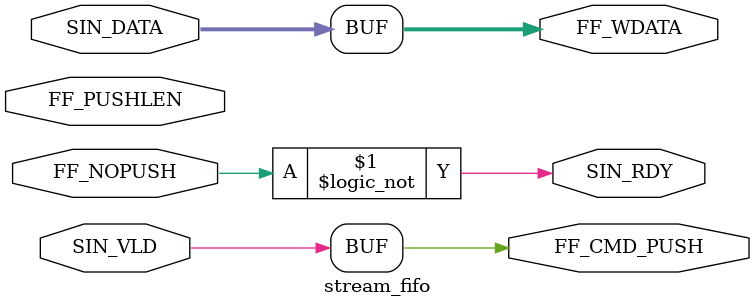
<source format=v>


module stream_fifo(
SIN_RDY, SIN_VLD, SIN_DATA, FF_CMD_PUSH, FF_WDATA, FF_NOPUSH, FF_PUSHLEN
);
parameter FF_ADDR_BITS = 17;
parameter DATA_BITS = 32;
output wire SIN_RDY;
input wire SIN_VLD;
input wire [DATA_BITS-1:0] SIN_DATA;
output wire FF_CMD_PUSH;
output wire [DATA_BITS-1:0] FF_WDATA;
input wire FF_NOPUSH;
input wire [FF_ADDR_BITS:0] FF_PUSHLEN;

assign SIN_RDY = !FF_NOPUSH;
assign FF_CMD_PUSH = SIN_VLD;
assign FF_WDATA = SIN_DATA;

endmodule


</source>
